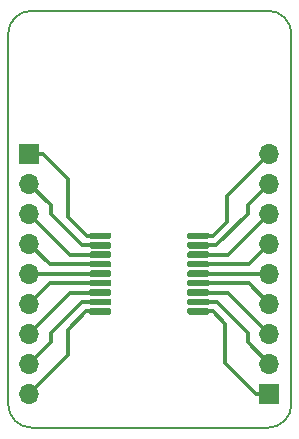
<source format=gbr>
G04 #@! TF.GenerationSoftware,KiCad,Pcbnew,5.1.6-c6e7f7d~86~ubuntu20.04.1*
G04 #@! TF.CreationDate,2020-05-17T01:15:33+03:00*
G04 #@! TF.ProjectId,BRK-SSOP-18-6x7.4-P0.8,42524b2d-5353-44f5-902d-31382d367837,v1.1*
G04 #@! TF.SameCoordinates,Original*
G04 #@! TF.FileFunction,Copper,L1,Top*
G04 #@! TF.FilePolarity,Positive*
%FSLAX46Y46*%
G04 Gerber Fmt 4.6, Leading zero omitted, Abs format (unit mm)*
G04 Created by KiCad (PCBNEW 5.1.6-c6e7f7d~86~ubuntu20.04.1) date 2020-05-17 01:15:33*
%MOMM*%
%LPD*%
G01*
G04 APERTURE LIST*
G04 #@! TA.AperFunction,Profile*
%ADD10C,0.150000*%
G04 #@! TD*
G04 #@! TA.AperFunction,ComponentPad*
%ADD11O,1.700000X1.700000*%
G04 #@! TD*
G04 #@! TA.AperFunction,ComponentPad*
%ADD12R,1.700000X1.700000*%
G04 #@! TD*
G04 #@! TA.AperFunction,Conductor*
%ADD13C,0.300000*%
G04 #@! TD*
G04 APERTURE END LIST*
D10*
X53000000Y-83300000D02*
G75*
G02*
X51000000Y-81300000I0J2000000D01*
G01*
X75000000Y-81300000D02*
G75*
G02*
X73000000Y-83300000I-2000000J0D01*
G01*
X73000000Y-48000000D02*
G75*
G02*
X75000000Y-50000000I0J-2000000D01*
G01*
X51000000Y-50000000D02*
G75*
G02*
X53000000Y-48000000I2000000J0D01*
G01*
X73000000Y-83300000D02*
X53000000Y-83300000D01*
X75000000Y-50000000D02*
X75000000Y-81300000D01*
X53000000Y-48000000D02*
X73000000Y-48000000D01*
X51000000Y-81300000D02*
X51000000Y-50000000D01*
D11*
X73120000Y-60100000D03*
X73120000Y-62640000D03*
X73120000Y-65180000D03*
X73120000Y-67720000D03*
X73120000Y-70260000D03*
X73120000Y-72800000D03*
X73120000Y-75340000D03*
X73120000Y-77880000D03*
D12*
X73120000Y-80420000D03*
X52800000Y-60100000D03*
D11*
X52800000Y-62640000D03*
X52800000Y-65180000D03*
X52800000Y-67720000D03*
X52800000Y-70260000D03*
X52800000Y-72800000D03*
X52800000Y-75340000D03*
X52800000Y-77880000D03*
X52800000Y-80420000D03*
G04 #@! TA.AperFunction,SMDPad,CuDef*
G36*
G01*
X57860000Y-67197500D02*
X57860000Y-66922500D01*
G75*
G02*
X57997500Y-66785000I137500J0D01*
G01*
X59622500Y-66785000D01*
G75*
G02*
X59760000Y-66922500I0J-137500D01*
G01*
X59760000Y-67197500D01*
G75*
G02*
X59622500Y-67335000I-137500J0D01*
G01*
X57997500Y-67335000D01*
G75*
G02*
X57860000Y-67197500I0J137500D01*
G01*
G37*
G04 #@! TD.AperFunction*
G04 #@! TA.AperFunction,SMDPad,CuDef*
G36*
G01*
X57860000Y-67997500D02*
X57860000Y-67722500D01*
G75*
G02*
X57997500Y-67585000I137500J0D01*
G01*
X59622500Y-67585000D01*
G75*
G02*
X59760000Y-67722500I0J-137500D01*
G01*
X59760000Y-67997500D01*
G75*
G02*
X59622500Y-68135000I-137500J0D01*
G01*
X57997500Y-68135000D01*
G75*
G02*
X57860000Y-67997500I0J137500D01*
G01*
G37*
G04 #@! TD.AperFunction*
G04 #@! TA.AperFunction,SMDPad,CuDef*
G36*
G01*
X57860000Y-68797500D02*
X57860000Y-68522500D01*
G75*
G02*
X57997500Y-68385000I137500J0D01*
G01*
X59622500Y-68385000D01*
G75*
G02*
X59760000Y-68522500I0J-137500D01*
G01*
X59760000Y-68797500D01*
G75*
G02*
X59622500Y-68935000I-137500J0D01*
G01*
X57997500Y-68935000D01*
G75*
G02*
X57860000Y-68797500I0J137500D01*
G01*
G37*
G04 #@! TD.AperFunction*
G04 #@! TA.AperFunction,SMDPad,CuDef*
G36*
G01*
X57860000Y-69597500D02*
X57860000Y-69322500D01*
G75*
G02*
X57997500Y-69185000I137500J0D01*
G01*
X59622500Y-69185000D01*
G75*
G02*
X59760000Y-69322500I0J-137500D01*
G01*
X59760000Y-69597500D01*
G75*
G02*
X59622500Y-69735000I-137500J0D01*
G01*
X57997500Y-69735000D01*
G75*
G02*
X57860000Y-69597500I0J137500D01*
G01*
G37*
G04 #@! TD.AperFunction*
G04 #@! TA.AperFunction,SMDPad,CuDef*
G36*
G01*
X57860000Y-70397500D02*
X57860000Y-70122500D01*
G75*
G02*
X57997500Y-69985000I137500J0D01*
G01*
X59622500Y-69985000D01*
G75*
G02*
X59760000Y-70122500I0J-137500D01*
G01*
X59760000Y-70397500D01*
G75*
G02*
X59622500Y-70535000I-137500J0D01*
G01*
X57997500Y-70535000D01*
G75*
G02*
X57860000Y-70397500I0J137500D01*
G01*
G37*
G04 #@! TD.AperFunction*
G04 #@! TA.AperFunction,SMDPad,CuDef*
G36*
G01*
X57860000Y-71197500D02*
X57860000Y-70922500D01*
G75*
G02*
X57997500Y-70785000I137500J0D01*
G01*
X59622500Y-70785000D01*
G75*
G02*
X59760000Y-70922500I0J-137500D01*
G01*
X59760000Y-71197500D01*
G75*
G02*
X59622500Y-71335000I-137500J0D01*
G01*
X57997500Y-71335000D01*
G75*
G02*
X57860000Y-71197500I0J137500D01*
G01*
G37*
G04 #@! TD.AperFunction*
G04 #@! TA.AperFunction,SMDPad,CuDef*
G36*
G01*
X57860000Y-71997500D02*
X57860000Y-71722500D01*
G75*
G02*
X57997500Y-71585000I137500J0D01*
G01*
X59622500Y-71585000D01*
G75*
G02*
X59760000Y-71722500I0J-137500D01*
G01*
X59760000Y-71997500D01*
G75*
G02*
X59622500Y-72135000I-137500J0D01*
G01*
X57997500Y-72135000D01*
G75*
G02*
X57860000Y-71997500I0J137500D01*
G01*
G37*
G04 #@! TD.AperFunction*
G04 #@! TA.AperFunction,SMDPad,CuDef*
G36*
G01*
X57860000Y-72797500D02*
X57860000Y-72522500D01*
G75*
G02*
X57997500Y-72385000I137500J0D01*
G01*
X59622500Y-72385000D01*
G75*
G02*
X59760000Y-72522500I0J-137500D01*
G01*
X59760000Y-72797500D01*
G75*
G02*
X59622500Y-72935000I-137500J0D01*
G01*
X57997500Y-72935000D01*
G75*
G02*
X57860000Y-72797500I0J137500D01*
G01*
G37*
G04 #@! TD.AperFunction*
G04 #@! TA.AperFunction,SMDPad,CuDef*
G36*
G01*
X57860000Y-73597500D02*
X57860000Y-73322500D01*
G75*
G02*
X57997500Y-73185000I137500J0D01*
G01*
X59622500Y-73185000D01*
G75*
G02*
X59760000Y-73322500I0J-137500D01*
G01*
X59760000Y-73597500D01*
G75*
G02*
X59622500Y-73735000I-137500J0D01*
G01*
X57997500Y-73735000D01*
G75*
G02*
X57860000Y-73597500I0J137500D01*
G01*
G37*
G04 #@! TD.AperFunction*
G04 #@! TA.AperFunction,SMDPad,CuDef*
G36*
G01*
X66160000Y-73597500D02*
X66160000Y-73322500D01*
G75*
G02*
X66297500Y-73185000I137500J0D01*
G01*
X67922500Y-73185000D01*
G75*
G02*
X68060000Y-73322500I0J-137500D01*
G01*
X68060000Y-73597500D01*
G75*
G02*
X67922500Y-73735000I-137500J0D01*
G01*
X66297500Y-73735000D01*
G75*
G02*
X66160000Y-73597500I0J137500D01*
G01*
G37*
G04 #@! TD.AperFunction*
G04 #@! TA.AperFunction,SMDPad,CuDef*
G36*
G01*
X66160000Y-72797500D02*
X66160000Y-72522500D01*
G75*
G02*
X66297500Y-72385000I137500J0D01*
G01*
X67922500Y-72385000D01*
G75*
G02*
X68060000Y-72522500I0J-137500D01*
G01*
X68060000Y-72797500D01*
G75*
G02*
X67922500Y-72935000I-137500J0D01*
G01*
X66297500Y-72935000D01*
G75*
G02*
X66160000Y-72797500I0J137500D01*
G01*
G37*
G04 #@! TD.AperFunction*
G04 #@! TA.AperFunction,SMDPad,CuDef*
G36*
G01*
X66160000Y-71997500D02*
X66160000Y-71722500D01*
G75*
G02*
X66297500Y-71585000I137500J0D01*
G01*
X67922500Y-71585000D01*
G75*
G02*
X68060000Y-71722500I0J-137500D01*
G01*
X68060000Y-71997500D01*
G75*
G02*
X67922500Y-72135000I-137500J0D01*
G01*
X66297500Y-72135000D01*
G75*
G02*
X66160000Y-71997500I0J137500D01*
G01*
G37*
G04 #@! TD.AperFunction*
G04 #@! TA.AperFunction,SMDPad,CuDef*
G36*
G01*
X66160000Y-71197500D02*
X66160000Y-70922500D01*
G75*
G02*
X66297500Y-70785000I137500J0D01*
G01*
X67922500Y-70785000D01*
G75*
G02*
X68060000Y-70922500I0J-137500D01*
G01*
X68060000Y-71197500D01*
G75*
G02*
X67922500Y-71335000I-137500J0D01*
G01*
X66297500Y-71335000D01*
G75*
G02*
X66160000Y-71197500I0J137500D01*
G01*
G37*
G04 #@! TD.AperFunction*
G04 #@! TA.AperFunction,SMDPad,CuDef*
G36*
G01*
X66160000Y-70397500D02*
X66160000Y-70122500D01*
G75*
G02*
X66297500Y-69985000I137500J0D01*
G01*
X67922500Y-69985000D01*
G75*
G02*
X68060000Y-70122500I0J-137500D01*
G01*
X68060000Y-70397500D01*
G75*
G02*
X67922500Y-70535000I-137500J0D01*
G01*
X66297500Y-70535000D01*
G75*
G02*
X66160000Y-70397500I0J137500D01*
G01*
G37*
G04 #@! TD.AperFunction*
G04 #@! TA.AperFunction,SMDPad,CuDef*
G36*
G01*
X66160000Y-69597500D02*
X66160000Y-69322500D01*
G75*
G02*
X66297500Y-69185000I137500J0D01*
G01*
X67922500Y-69185000D01*
G75*
G02*
X68060000Y-69322500I0J-137500D01*
G01*
X68060000Y-69597500D01*
G75*
G02*
X67922500Y-69735000I-137500J0D01*
G01*
X66297500Y-69735000D01*
G75*
G02*
X66160000Y-69597500I0J137500D01*
G01*
G37*
G04 #@! TD.AperFunction*
G04 #@! TA.AperFunction,SMDPad,CuDef*
G36*
G01*
X66160000Y-68797500D02*
X66160000Y-68522500D01*
G75*
G02*
X66297500Y-68385000I137500J0D01*
G01*
X67922500Y-68385000D01*
G75*
G02*
X68060000Y-68522500I0J-137500D01*
G01*
X68060000Y-68797500D01*
G75*
G02*
X67922500Y-68935000I-137500J0D01*
G01*
X66297500Y-68935000D01*
G75*
G02*
X66160000Y-68797500I0J137500D01*
G01*
G37*
G04 #@! TD.AperFunction*
G04 #@! TA.AperFunction,SMDPad,CuDef*
G36*
G01*
X66160000Y-67997500D02*
X66160000Y-67722500D01*
G75*
G02*
X66297500Y-67585000I137500J0D01*
G01*
X67922500Y-67585000D01*
G75*
G02*
X68060000Y-67722500I0J-137500D01*
G01*
X68060000Y-67997500D01*
G75*
G02*
X67922500Y-68135000I-137500J0D01*
G01*
X66297500Y-68135000D01*
G75*
G02*
X66160000Y-67997500I0J137500D01*
G01*
G37*
G04 #@! TD.AperFunction*
G04 #@! TA.AperFunction,SMDPad,CuDef*
G36*
G01*
X66160000Y-67197500D02*
X66160000Y-66922500D01*
G75*
G02*
X66297500Y-66785000I137500J0D01*
G01*
X67922500Y-66785000D01*
G75*
G02*
X68060000Y-66922500I0J-137500D01*
G01*
X68060000Y-67197500D01*
G75*
G02*
X67922500Y-67335000I-137500J0D01*
G01*
X66297500Y-67335000D01*
G75*
G02*
X66160000Y-67197500I0J137500D01*
G01*
G37*
G04 #@! TD.AperFunction*
D13*
X58810000Y-67060000D02*
X57660000Y-67060000D01*
X57660000Y-67060000D02*
X56100000Y-65500000D01*
X53950000Y-60100000D02*
X52800000Y-60100000D01*
X56100000Y-62250000D02*
X53950000Y-60100000D01*
X56100000Y-65500000D02*
X56100000Y-62250000D01*
X52840000Y-62600000D02*
X52800000Y-62640000D01*
X58810000Y-67860000D02*
X57260000Y-67860000D01*
X57260000Y-67860000D02*
X54600000Y-65200000D01*
X54600000Y-64440000D02*
X52800000Y-62640000D01*
X54600000Y-65200000D02*
X54600000Y-64440000D01*
X56280000Y-68660000D02*
X52800000Y-65180000D01*
X58810000Y-68660000D02*
X56280000Y-68660000D01*
X67110000Y-73460000D02*
X68360000Y-73460000D01*
X68360000Y-73460000D02*
X69400000Y-74500000D01*
X71970000Y-80420000D02*
X73120000Y-80420000D01*
X69400000Y-77850000D02*
X71970000Y-80420000D01*
X69400000Y-74500000D02*
X69400000Y-77850000D01*
X67110000Y-72660000D02*
X68660000Y-72660000D01*
X68660000Y-72660000D02*
X71300000Y-75300000D01*
X71300000Y-76060000D02*
X73120000Y-77880000D01*
X71300000Y-75300000D02*
X71300000Y-76060000D01*
X69640000Y-71860000D02*
X73120000Y-75340000D01*
X67110000Y-71860000D02*
X69640000Y-71860000D01*
X54540000Y-69460000D02*
X52800000Y-67720000D01*
X58810000Y-69460000D02*
X54540000Y-69460000D01*
X71380000Y-71060000D02*
X73120000Y-72800000D01*
X67110000Y-71060000D02*
X71380000Y-71060000D01*
X57760000Y-70260000D02*
X52800000Y-70260000D01*
X58810000Y-70260000D02*
X57760000Y-70260000D01*
X54540000Y-71060000D02*
X52800000Y-72800000D01*
X58810000Y-71060000D02*
X54540000Y-71060000D01*
X56280000Y-71860000D02*
X52800000Y-75340000D01*
X58810000Y-71860000D02*
X56280000Y-71860000D01*
X58810000Y-72660000D02*
X57240000Y-72660000D01*
X57240000Y-72660000D02*
X54600000Y-75300000D01*
X54600000Y-76080000D02*
X52800000Y-77880000D01*
X54600000Y-75300000D02*
X54600000Y-76080000D01*
X58810000Y-73460000D02*
X57640000Y-73460000D01*
X57640000Y-73460000D02*
X56100000Y-75000000D01*
X56100000Y-77120000D02*
X52800000Y-80420000D01*
X56100000Y-75000000D02*
X56100000Y-77120000D01*
X67110000Y-70260000D02*
X73120000Y-70260000D01*
X71380000Y-69460000D02*
X73120000Y-67720000D01*
X67110000Y-69460000D02*
X71380000Y-69460000D01*
X69640000Y-68660000D02*
X73120000Y-65180000D01*
X67110000Y-68660000D02*
X69640000Y-68660000D01*
X67110000Y-67860000D02*
X68640000Y-67860000D01*
X68640000Y-67860000D02*
X71300000Y-65200000D01*
X71300000Y-64460000D02*
X73120000Y-62640000D01*
X71300000Y-65200000D02*
X71300000Y-64460000D01*
X67110000Y-67060000D02*
X68340000Y-67060000D01*
X68340000Y-67060000D02*
X69500000Y-65900000D01*
X69500000Y-63720000D02*
X73120000Y-60100000D01*
X69500000Y-65900000D02*
X69500000Y-63720000D01*
M02*

</source>
